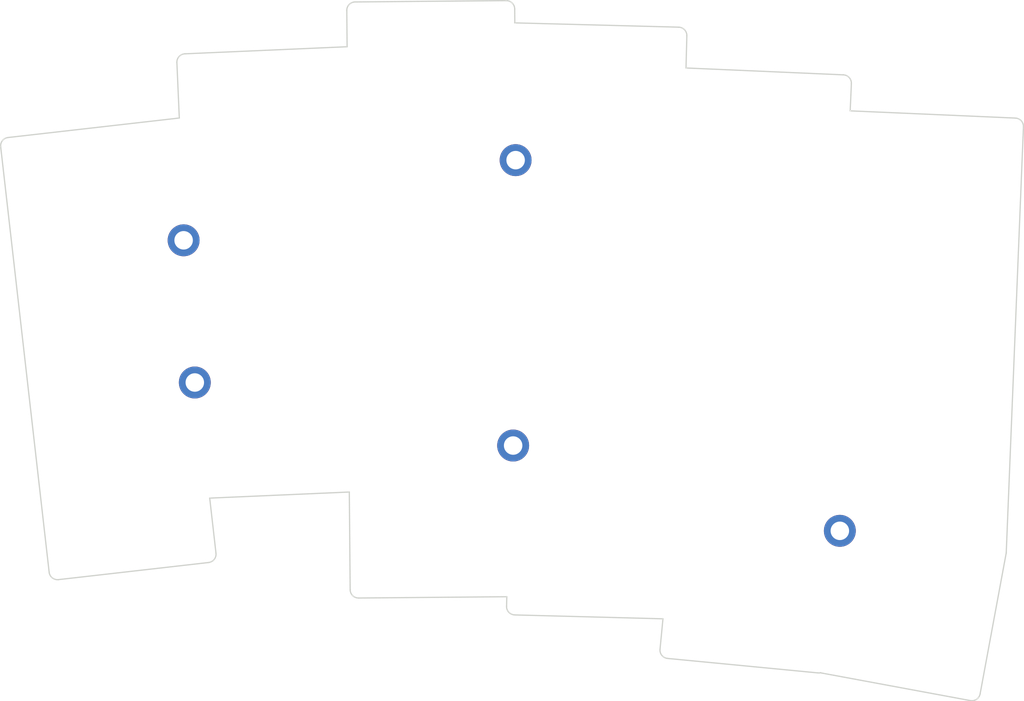
<source format=kicad_pcb>

            
(kicad_pcb (version 20171130) (host pcbnew 5.1.6)

  (page A3)
  (title_block
    (title bottom)
    (rev v1.0.0)
    (company Unknown)
  )

  (general
    (thickness 1.6)
  )

  (layers
    (0 F.Cu signal)
    (31 B.Cu signal)
    (32 B.Adhes user)
    (33 F.Adhes user)
    (34 B.Paste user)
    (35 F.Paste user)
    (36 B.SilkS user)
    (37 F.SilkS user)
    (38 B.Mask user)
    (39 F.Mask user)
    (40 Dwgs.User user)
    (41 Cmts.User user)
    (42 Eco1.User user)
    (43 Eco2.User user)
    (44 Edge.Cuts user)
    (45 Margin user)
    (46 B.CrtYd user)
    (47 F.CrtYd user)
    (48 B.Fab user)
    (49 F.Fab user)
  )

  (setup
    (last_trace_width 0.25)
    (trace_clearance 0.2)
    (zone_clearance 0.508)
    (zone_45_only no)
    (trace_min 0.2)
    (via_size 0.8)
    (via_drill 0.4)
    (via_min_size 0.4)
    (via_min_drill 0.3)
    (uvia_size 0.3)
    (uvia_drill 0.1)
    (uvias_allowed no)
    (uvia_min_size 0.2)
    (uvia_min_drill 0.1)
    (edge_width 0.05)
    (segment_width 0.2)
    (pcb_text_width 0.3)
    (pcb_text_size 1.5 1.5)
    (mod_edge_width 0.12)
    (mod_text_size 1 1)
    (mod_text_width 0.15)
    (pad_size 1.524 1.524)
    (pad_drill 0.762)
    (pad_to_mask_clearance 0.05)
    (aux_axis_origin 0 0)
    (visible_elements FFFFFF7F)
    (pcbplotparams
      (layerselection 0x010fc_ffffffff)
      (usegerberextensions false)
      (usegerberattributes true)
      (usegerberadvancedattributes true)
      (creategerberjobfile true)
      (excludeedgelayer true)
      (linewidth 0.100000)
      (plotframeref false)
      (viasonmask false)
      (mode 1)
      (useauxorigin false)
      (hpglpennumber 1)
      (hpglpenspeed 20)
      (hpglpendiameter 15.000000)
      (psnegative false)
      (psa4output false)
      (plotreference true)
      (plotvalue true)
      (plotinvisibletext false)
      (padsonsilk false)
      (subtractmaskfromsilk false)
      (outputformat 1)
      (mirror false)
      (drillshape 1)
      (scaleselection 1)
      (outputdirectory ""))
  )

            (net 0 "")
            
  (net_class Default "This is the default net class."
    (clearance 0.2)
    (trace_width 0.25)
    (via_dia 0.8)
    (via_drill 0.4)
    (uvia_dia 0.3)
    (uvia_drill 0.1)
    (add_net "")
  )

            
            (module mounting_hole (layer F.Cu) (tedit 64B5A986)
                (at 185.1460733 119.84229135000001 4.5)
                (fp_text reference "H1" (at 0 3) (layer F.SilkS) hide
                    (effects (font (size 1 1) (thickness 0.15)))
                )
        
                (pad "" thru_hole circle (at 0 0 180) (size 3.8000000000000003 3.8000000000000003) (drill 2.2) (layers *.Cu *.Mask))
        
                (fp_circle (center 0 0) (end -2.1500000000000004 0) (layer F.CrtYd) (width 0.05))
                (fp_circle (center 0 0) (end -2.1500000000000004 0) (layer B.CrtYd) (width 0.05))
        
            )
        

            (module mounting_hole (layer F.Cu) (tedit 64B5A986)
                (at 186.479065375 136.77956205 4.5)
                (fp_text reference "H2" (at 0 3) (layer F.SilkS) hide
                    (effects (font (size 1 1) (thickness 0.15)))
                )
        
                (pad "" thru_hole circle (at 0 0 180) (size 3.8000000000000003 3.8000000000000003) (drill 2.2) (layers *.Cu *.Mask))
        
                (fp_circle (center 0 0) (end -2.1500000000000004 0) (layer F.CrtYd) (width 0.05))
                (fp_circle (center 0 0) (end -2.1500000000000004 0) (layer B.CrtYd) (width 0.05))
        
            )
        

            (module mounting_hole (layer F.Cu) (tedit 64B5A986)
                (at 224.69167489999998 110.29446480000001 -0.5)
                (fp_text reference "H3" (at 0 3) (layer F.SilkS) hide
                    (effects (font (size 1 1) (thickness 0.15)))
                )
        
                (pad "" thru_hole circle (at 0 0 180) (size 3.8000000000000003 3.8000000000000003) (drill 2.2) (layers *.Cu *.Mask))
        
                (fp_circle (center 0 0) (end -2.1500000000000004 0) (layer F.CrtYd) (width 0.05))
                (fp_circle (center 0 0) (end -2.1500000000000004 0) (layer B.CrtYd) (width 0.05))
        
            )
        

            (module mounting_hole (layer F.Cu) (tedit 64B5A986)
                (at 224.39501785000002 144.287992 -0.5)
                (fp_text reference "H4" (at 0 3) (layer F.SilkS) hide
                    (effects (font (size 1 1) (thickness 0.15)))
                )
        
                (pad "" thru_hole circle (at 0 0 180) (size 3.8000000000000003 3.8000000000000003) (drill 2.2) (layers *.Cu *.Mask))
        
                (fp_circle (center 0 0) (end -2.1500000000000004 0) (layer F.CrtYd) (width 0.05))
                (fp_circle (center 0 0) (end -2.1500000000000004 0) (layer B.CrtYd) (width 0.05))
        
            )
        

            (module mounting_hole (layer F.Cu) (tedit 64B5A986)
                (at 263.31061985 154.4477443 -8)
                (fp_text reference "H5" (at 0 3) (layer F.SilkS) hide
                    (effects (font (size 1 1) (thickness 0.15)))
                )
        
                (pad "" thru_hole circle (at 0 0 180) (size 3.8000000000000003 3.8000000000000003) (drill 2.2) (layers *.Cu *.Mask))
        
                (fp_circle (center 0 0) (end -2.1500000000000004 0) (layer F.CrtYd) (width 0.05))
                (fp_circle (center 0 0) (end -2.1500000000000004 0) (layer B.CrtYd) (width 0.05))
        
            )
        
            (gr_line (start 170.23612379999997 160.258891) (end 188.1204172 158.2212331) (angle 90) (layer Edge.Cuts) (width 0.15))
(gr_arc (start 188.00721399999998 157.2276612) (end 188.12041719999996 158.2212331) (angle -89.99999876293839) (layer Edge.Cuts) (width 0.15))
(gr_line (start 189.00078589999998 157.114458) (end 188.25294919448496 150.55078006288113) (angle 90) (layer Edge.Cuts) (width 0.15))
(gr_line (start 188.25294919448496 150.55078006288102) (end 204.88221052728767 149.8247308355406) (angle 90) (layer Edge.Cuts) (width 0.15))
(gr_line (start 204.88221052728767 149.82473083554214) (end 204.9837435 161.45925739999996) (angle 90) (layer Edge.Cuts) (width 0.15))
(gr_arc (start 205.9837054 161.45053089999996) (end 204.9837435 161.45925739999996) (angle -90.00000221419592) (layer Edge.Cuts) (width 0.15))
(gr_line (start 205.99243189999999 162.45049279999995) (end 223.64115822875527 162.29647463953907) (angle 90) (layer Edge.Cuts) (width 0.15))
(gr_line (start 223.64115822875527 162.29647463953916) (end 223.6112371 163.43911649999998) (angle 90) (layer Edge.Cuts) (width 0.15))
(gr_arc (start 224.6108944 163.4652934) (end 223.6112371 163.4391165) (angle -89.99999717785602) (layer Edge.Cuts) (width 0.15))
(gr_line (start 224.5847175 164.4649507) (end 242.2405519548386 164.92728502486312) (angle 90) (layer Edge.Cuts) (width 0.15))
(gr_line (start 242.2405519548386 164.92728502486307) (end 241.8911927 168.55551960000003) (angle 90) (layer Edge.Cuts) (width 0.15))
(gr_arc (start 242.88658890000002 168.6513654) (end 241.89119270000003 168.5555196) (angle -90.00000253475434) (layer Edge.Cuts) (width 0.15))
(gr_line (start 242.79074310000001 169.6467616) (end 260.70787470000005 171.3719852) (angle 90) (layer Edge.Cuts) (width 0.15))
(gr_arc (start 260.8037205 170.376589) (end 260.7078747 171.37198519999998) (angle -17.996560313032433) (layer Edge.Cuts) (width 0.15))
(gr_arc (start 261.3363304 170.4042151) (end 261.0201015 171.35289799999998) (angle -7.935017836530875) (layer Edge.Cuts) (width 0.15))
(gr_line (start 261.1540949 171.38746999999998) (end 278.8526832 174.66770939999998) (angle 90) (layer Edge.Cuts) (width 0.15))
(gr_arc (start 279.0349187 173.6844545) (end 278.8526832 174.66770939999998) (angle -90.00000119391245) (layer Edge.Cuts) (width 0.15))
(gr_line (start 280.0181736 173.86668999999998) (end 283.1161775 157.15135659999999) (angle 90) (layer Edge.Cuts) (width 0.15))
(gr_arc (start 282.1329226 156.9691211) (end 283.1161775 157.15135659999999) (angle -8.186856723460096) (layer Edge.Cuts) (width 0.15))
(gr_line (start 285.1795216 106.3232486) (end 283.13210779999997 157.00948209999999) (angle 90) (layer Edge.Cuts) (width 0.15))
(gr_arc (start 284.18033639848136 106.28288758478217) (end 285.17952159848136 106.32324858478218) (angle -89.81314406197609) (layer Edge.Cuts) (width 0.15))
(gr_line (start 264.54270578583277 104.4245374697331) (end 284.22395579848137 105.28383938478217) (angle 90) (layer Edge.Cuts) (width 0.15))
(gr_line (start 264.54270578583277 104.42453746973388) (end 264.68446879848136 101.17763068478232) (angle 90) (layer Edge.Cuts) (width 0.15))
(gr_arc (start 263.68542059848136 101.13401128478232) (end 264.68446879848136 101.17763068478232) (angle -89.99999915167291) (layer Edge.Cuts) (width 0.15))
(gr_line (start 244.98622971352054 99.31663431490504) (end 263.72904000136714 100.13496306514003) (angle 90) (layer Edge.Cuts) (width 0.15))
(gr_line (start 244.98622971352054 99.31663431490597) (end 245.0866400499375 95.48211764840259) (angle 90) (layer Edge.Cuts) (width 0.15))
(gr_arc (start 244.08699450136712 95.45549356513959) (end 245.0866518013671 95.4816705651396) (angle -90.00000024897872) (layer Edge.Cuts) (width 0.15))
(gr_line (start 224.59532265693386 93.9447434327615) (end 244.11317144993748 94.45583624840259) (angle 90) (layer Edge.Cuts) (width 0.15))
(gr_line (start 224.59532265693386 93.94474343275942) (end 224.58084364993746 92.28560874840188) (angle 90) (layer Edge.Cuts) (width 0.15))
(gr_arc (start 223.58088174993748 92.29433534840189) (end 224.58084364993746 92.28560884840189) (angle -90.00000116649709) (layer Edge.Cuts) (width 0.15))
(gr_line (start 223.5721552 91.2943734) (end 205.57284049999998 91.4514511) (angle 90) (layer Edge.Cuts) (width 0.15))
(gr_arc (start 205.581567 92.451413) (end 205.5728405 91.4514511) (angle -89.999997785804) (layer Edge.Cuts) (width 0.15))
(gr_line (start 204.58160510000002 92.4601395) (end 204.61935379079947 96.78571495450524) (angle 90) (layer Edge.Cuts) (width 0.15))
(gr_line (start 185.2994055 97.6292421) (end 204.61935379079947 96.785714954503) (angle 90) (layer Edge.Cuts) (width 0.15))
(gr_arc (start 185.34302490000002 98.6282903) (end 185.2994055 97.6292421) (angle -90.00000074865977) (layer Edge.Cuts) (width 0.15))
(gr_line (start 184.3439767 98.6719097) (end 184.63230686674402 105.27575720570803) (angle 90) (layer Edge.Cuts) (width 0.15))
(gr_line (start 164.23635360000003 107.59958259999999) (end 184.63230686674402 105.27575720570769) (angle 90) (layer Edge.Cuts) (width 0.15))
(gr_arc (start 164.34955680000002 108.5931545) (end 164.23635360000003 107.59958259999999) (angle -90.0000009622445) (layer Edge.Cuts) (width 0.15))
(gr_line (start 163.3559849 108.7063577) (end 169.1293487 159.3785223) (angle 90) (layer Edge.Cuts) (width 0.15))
(gr_arc (start 170.1229206 159.2653191) (end 169.12934869999998 159.3785223) (angle -90.00000123706141) (layer Edge.Cuts) (width 0.15))
            
)

        
</source>
